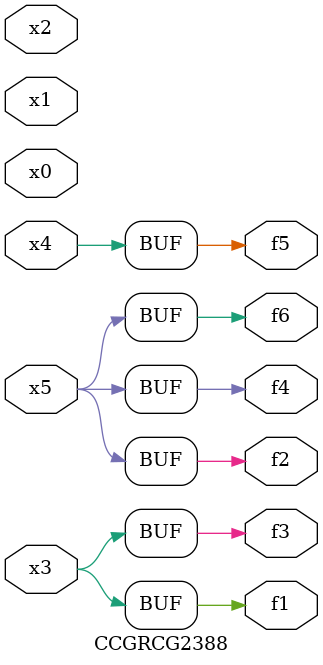
<source format=v>
module CCGRCG2388(
	input x0, x1, x2, x3, x4, x5,
	output f1, f2, f3, f4, f5, f6
);
	assign f1 = x3;
	assign f2 = x5;
	assign f3 = x3;
	assign f4 = x5;
	assign f5 = x4;
	assign f6 = x5;
endmodule

</source>
